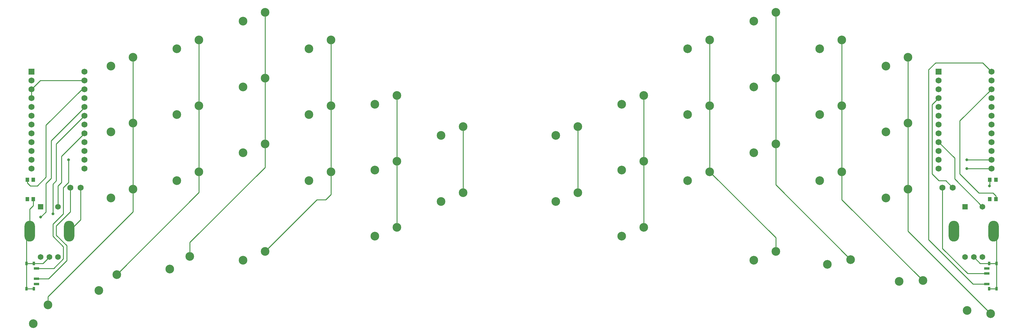
<source format=gbr>
%TF.GenerationSoftware,KiCad,Pcbnew,7.0.9*%
%TF.CreationDate,2023-11-27T10:59:26+01:00*%
%TF.ProjectId,SplitErgoLL_v2,53706c69-7445-4726-976f-4c4c5f76322e,rev?*%
%TF.SameCoordinates,Original*%
%TF.FileFunction,Copper,L1,Top*%
%TF.FilePolarity,Positive*%
%FSLAX46Y46*%
G04 Gerber Fmt 4.6, Leading zero omitted, Abs format (unit mm)*
G04 Created by KiCad (PCBNEW 7.0.9) date 2023-11-27 10:59:26*
%MOMM*%
%LPD*%
G01*
G04 APERTURE LIST*
%TA.AperFunction,ComponentPad*%
%ADD10C,2.500000*%
%TD*%
%TA.AperFunction,SMDPad,CuDef*%
%ADD11R,1.500000X0.700000*%
%TD*%
%TA.AperFunction,SMDPad,CuDef*%
%ADD12R,0.800000X1.000000*%
%TD*%
%TA.AperFunction,SMDPad,CuDef*%
%ADD13R,1.000000X1.200000*%
%TD*%
%TA.AperFunction,ComponentPad*%
%ADD14R,1.650000X1.650000*%
%TD*%
%TA.AperFunction,ComponentPad*%
%ADD15C,1.650000*%
%TD*%
%TA.AperFunction,ComponentPad*%
%ADD16O,3.000000X6.000000*%
%TD*%
%TA.AperFunction,ComponentPad*%
%ADD17R,1.752600X1.752600*%
%TD*%
%TA.AperFunction,ComponentPad*%
%ADD18C,1.752600*%
%TD*%
%TA.AperFunction,ComponentPad*%
%ADD19C,1.750000*%
%TD*%
%TA.AperFunction,ViaPad*%
%ADD20C,0.800000*%
%TD*%
%TA.AperFunction,Conductor*%
%ADD21C,0.250000*%
%TD*%
G04 APERTURE END LIST*
D10*
%TO.P,KSW41,1,1*%
%TO.N,Net-(D41-A)*%
X188190000Y-100460000D03*
%TO.P,KSW41,2,2*%
%TO.N,Col 11*%
X194540000Y-97920000D03*
%TD*%
%TO.P,KSW24,1,1*%
%TO.N,Net-(D24-A)*%
X93190000Y-118460000D03*
%TO.P,KSW24,2,2*%
%TO.N,Col 6*%
X99540000Y-115920000D03*
%TD*%
%TO.P,KSW7,1,1*%
%TO.N,Net-(D7-A)*%
X297190000Y-113460000D03*
%TO.P,KSW7,2,2*%
%TO.N,Col 1*%
X303540000Y-110920000D03*
%TD*%
%TO.P,KSW11,1,1*%
%TO.N,Net-(D11-A)*%
X278190000Y-105460000D03*
%TO.P,KSW11,2,2*%
%TO.N,Col 2*%
X284540000Y-102920000D03*
%TD*%
D11*
%TO.P,SW2,1*%
%TO.N,BAT+ 2*%
X71750000Y-138750000D03*
%TO.P,SW2,2*%
%TO.N,Net-(BAT2-+)*%
X71750000Y-141750000D03*
%TO.P,SW2,3*%
%TO.N,unconnected-(SW2-Pad3)*%
X71750000Y-143250000D03*
D12*
%TO.P,SW2,S1,S1*%
%TO.N,GND 2*%
X71050000Y-137350000D03*
%TO.P,SW2,S2,S2*%
X68950000Y-137350000D03*
%TO.P,SW2,S3,S3*%
X68950000Y-144650000D03*
%TO.P,SW2,S4,S4*%
X71050000Y-144650000D03*
%TD*%
D10*
%TO.P,KSW4,1,1*%
%TO.N,Net-(D4-A)*%
X339569852Y-150895295D03*
%TO.P,KSW4,2,2*%
%TO.N,Col 0*%
X346339114Y-151870591D03*
%TD*%
%TO.P,KSW15,1,1*%
%TO.N,Net-(D15-A)*%
X259190000Y-113460000D03*
%TO.P,KSW15,2,2*%
%TO.N,Col 3*%
X265540000Y-110920000D03*
%TD*%
%TO.P,KSW16,1,1*%
%TO.N,Net-(D16-A)*%
X278190000Y-136460000D03*
%TO.P,KSW16,2,2*%
%TO.N,Col 3*%
X284540000Y-133920000D03*
%TD*%
D13*
%TO.P,Bt2,1*%
%TO.N,GND 2*%
X70850000Y-118800000D03*
%TO.P,Bt2,2*%
%TO.N,unconnected-(Bt2-Pad2)*%
X69150000Y-118800000D03*
%TO.P,Bt2,3*%
%TO.N,unconnected-(Bt2-Pad3)*%
X70850000Y-113200000D03*
%TO.P,Bt2,4*%
%TO.N,RESET 2*%
X69150000Y-113200000D03*
%TD*%
D10*
%TO.P,KSW5,1,1*%
%TO.N,Net-(D5-A)*%
X297190000Y-75460000D03*
%TO.P,KSW5,2,2*%
%TO.N,Col 1*%
X303540000Y-72920000D03*
%TD*%
%TO.P,KSW6,1,1*%
%TO.N,Net-(D6-A)*%
X297190000Y-94460000D03*
%TO.P,KSW6,2,2*%
%TO.N,Col 1*%
X303540000Y-91920000D03*
%TD*%
D14*
%TO.P,ENC2,1*%
%TO.N,Net-(D43-A)*%
X73000000Y-121000000D03*
D15*
%TO.P,ENC2,2*%
%TO.N,Col 10*%
X78000000Y-121000000D03*
%TO.P,ENC2,A,A*%
%TO.N,ENCA2*%
X73000000Y-135500000D03*
%TO.P,ENC2,B,B*%
%TO.N,ENCB2*%
X78000000Y-135500000D03*
%TO.P,ENC2,COM,COM*%
%TO.N,GND 2*%
X75500000Y-135500000D03*
D16*
%TO.P,ENC2,S1,SHIELD*%
X69800000Y-128000000D03*
%TO.P,ENC2,S2,SHIELD*%
X81200000Y-128000000D03*
%TD*%
D17*
%TO.P,MCU2,1,D1*%
%TO.N,unconnected-(MCU2-D1-Pad1)*%
X70380000Y-82030000D03*
D18*
%TO.P,MCU2,2,D0*%
%TO.N,unconnected-(MCU2-D0-Pad2)*%
X70380000Y-84570000D03*
%TO.P,MCU2,3,GND*%
%TO.N,GND 2*%
X70380000Y-87110000D03*
%TO.P,MCU2,4,GND*%
X70380000Y-89650000D03*
%TO.P,MCU2,5,D2*%
%TO.N,unconnected-(MCU2-D2-Pad5)*%
X70380000Y-92190000D03*
%TO.P,MCU2,6,D3*%
%TO.N,unconnected-(MCU2-D3-Pad6)*%
X70380000Y-94730000D03*
%TO.P,MCU2,7,D4*%
%TO.N,unconnected-(MCU2-D4-Pad7)*%
X70380000Y-97270000D03*
%TO.P,MCU2,8,D5*%
%TO.N,unconnected-(MCU2-D5-Pad8)*%
X70380000Y-99810000D03*
%TO.P,MCU2,9,D6*%
%TO.N,Row 4*%
X70380000Y-102350000D03*
%TO.P,MCU2,10,D7*%
%TO.N,Row 5*%
X70380000Y-104890000D03*
%TO.P,MCU2,11,D8*%
%TO.N,Row 6*%
X70380000Y-107430000D03*
%TO.P,MCU2,12,D9*%
%TO.N,Row 7*%
X70380000Y-109970000D03*
%TO.P,MCU2,13,D10*%
%TO.N,Col 6*%
X85620000Y-109970000D03*
%TO.P,MCU2,14,D16*%
%TO.N,Col 7*%
X85620000Y-107430000D03*
%TO.P,MCU2,15,D14*%
%TO.N,Col 8*%
X85620000Y-104890000D03*
%TO.P,MCU2,16,D15*%
%TO.N,Col 9*%
X85620000Y-102350000D03*
%TO.P,MCU2,17,D18*%
%TO.N,Col 10*%
X85620000Y-99810000D03*
%TO.P,MCU2,18,D19*%
%TO.N,Col 11*%
X85620000Y-97270000D03*
%TO.P,MCU2,19,D20*%
%TO.N,ENCB2*%
X85620000Y-94730000D03*
%TO.P,MCU2,20,D21*%
%TO.N,ENCA2*%
X85620000Y-92190000D03*
%TO.P,MCU2,21,3.3v*%
%TO.N,unconnected-(MCU2-3.3v-Pad21)*%
X85620000Y-89650000D03*
%TO.P,MCU2,22,RST*%
%TO.N,RESET 2*%
X85620000Y-87110000D03*
%TO.P,MCU2,23,GND*%
%TO.N,GND 2*%
X85620000Y-84570000D03*
%TO.P,MCU2,24,B+*%
%TO.N,BAT+ 2*%
X85620000Y-82030000D03*
%TD*%
D10*
%TO.P,KSW40,1,1*%
%TO.N,Net-(D40-A)*%
X169190000Y-129460000D03*
%TO.P,KSW40,2,2*%
%TO.N,Col 10*%
X175540000Y-126920000D03*
%TD*%
%TO.P,KSW20,1,1*%
%TO.N,Net-(D20-A)*%
X221190000Y-100460000D03*
%TO.P,KSW20,2,2*%
%TO.N,Col 5*%
X227540000Y-97920000D03*
%TD*%
%TO.P,KSW36,1,1*%
%TO.N,Net-(D36-A)*%
X150190000Y-113460000D03*
%TO.P,KSW36,2,2*%
%TO.N,Col 9*%
X156540000Y-110920000D03*
%TD*%
%TO.P,KSW8,1,1*%
%TO.N,Net-(D8-A)*%
X320062141Y-142510084D03*
%TO.P,KSW8,2,2*%
%TO.N,Col 1*%
X326897921Y-142295093D03*
%TD*%
%TO.P,KSW27,1,1*%
%TO.N,Net-(D27-A)*%
X112190000Y-94460000D03*
%TO.P,KSW27,2,2*%
%TO.N,Col 7*%
X118540000Y-91920000D03*
%TD*%
%TO.P,KSW35,1,1*%
%TO.N,Net-(D35-A)*%
X150190000Y-94460000D03*
%TO.P,KSW35,2,2*%
%TO.N,Col 9*%
X156540000Y-91920000D03*
%TD*%
D14*
%TO.P,ENC1,1*%
%TO.N,Net-(D44-A)*%
X339000000Y-121000000D03*
D15*
%TO.P,ENC1,2*%
%TO.N,Col 4*%
X344000000Y-121000000D03*
%TO.P,ENC1,A,A*%
%TO.N,ENCA1*%
X339000000Y-135500000D03*
%TO.P,ENC1,B,B*%
%TO.N,ENCB1*%
X344000000Y-135500000D03*
%TO.P,ENC1,COM,COM*%
%TO.N,GND 1*%
X341500000Y-135500000D03*
D16*
%TO.P,ENC1,S1,SHIELD*%
X335800000Y-128000000D03*
%TO.P,ENC1,S2,SHIELD*%
X347200000Y-128000000D03*
%TD*%
D10*
%TO.P,KSW14,1,1*%
%TO.N,Net-(D14-A)*%
X259190000Y-94460000D03*
%TO.P,KSW14,2,2*%
%TO.N,Col 3*%
X265540000Y-91920000D03*
%TD*%
%TO.P,KSW38,1,1*%
%TO.N,Net-(D38-A)*%
X169190000Y-91460000D03*
%TO.P,KSW38,2,2*%
%TO.N,Col 10*%
X175540000Y-88920000D03*
%TD*%
%TO.P,KSW31,1,1*%
%TO.N,Net-(D31-A)*%
X131190000Y-86460000D03*
%TO.P,KSW31,2,2*%
%TO.N,Col 8*%
X137540000Y-83920000D03*
%TD*%
%TO.P,KSW1,1,1*%
%TO.N,Net-(D1-A)*%
X316190000Y-80460000D03*
%TO.P,KSW1,2,2*%
%TO.N,Col 0*%
X322540000Y-77920000D03*
%TD*%
%TO.P,KSW25,1,1*%
%TO.N,Net-(D25-A)*%
X70831034Y-154705295D03*
%TO.P,KSW25,2,2*%
%TO.N,Col 6*%
X75060296Y-149330591D03*
%TD*%
%TO.P,KSW22,1,1*%
%TO.N,Net-(D22-A)*%
X93190000Y-80460000D03*
%TO.P,KSW22,2,2*%
%TO.N,Col 6*%
X99540000Y-77920000D03*
%TD*%
%TO.P,KSW29,1,1*%
%TO.N,Net-(D29-A)*%
X89777401Y-145116277D03*
%TO.P,KSW29,2,2*%
%TO.N,Col 7*%
X94875718Y-140557630D03*
%TD*%
%TO.P,KSW13,1,1*%
%TO.N,Net-(D13-A)*%
X259190000Y-75460000D03*
%TO.P,KSW13,2,2*%
%TO.N,Col 3*%
X265540000Y-72920000D03*
%TD*%
%TO.P,KSW3,1,1*%
%TO.N,Net-(D3-A)*%
X316190000Y-118460000D03*
%TO.P,KSW3,2,2*%
%TO.N,Col 0*%
X322540000Y-115920000D03*
%TD*%
D13*
%TO.P,Bt1,1*%
%TO.N,GND 1*%
X346150000Y-113200000D03*
%TO.P,Bt1,2*%
%TO.N,unconnected-(Bt1-Pad2)*%
X347850000Y-113200000D03*
%TO.P,Bt1,3*%
%TO.N,unconnected-(Bt1-Pad3)*%
X346150000Y-118800000D03*
%TO.P,Bt1,4*%
%TO.N,RESET 1*%
X347850000Y-118800000D03*
%TD*%
D10*
%TO.P,KSW30,1,1*%
%TO.N,Net-(D30-A)*%
X131190000Y-67460000D03*
%TO.P,KSW30,2,2*%
%TO.N,Col 8*%
X137540000Y-64920000D03*
%TD*%
%TO.P,KSW39,1,1*%
%TO.N,Net-(D39-A)*%
X169190000Y-110460000D03*
%TO.P,KSW39,2,2*%
%TO.N,Col 10*%
X175540000Y-107920000D03*
%TD*%
%TO.P,KSW12,1,1*%
%TO.N,Net-(D12-A)*%
X299386126Y-137636989D03*
%TO.P,KSW12,2,2*%
%TO.N,Col 2*%
X306080721Y-136238243D03*
%TD*%
%TO.P,KSW19,1,1*%
%TO.N,Net-(D19-A)*%
X240190000Y-129460000D03*
%TO.P,KSW19,2,2*%
%TO.N,Col 4*%
X246540000Y-126920000D03*
%TD*%
%TO.P,KSW17,1,1*%
%TO.N,Net-(D17-A)*%
X240190000Y-91460000D03*
%TO.P,KSW17,2,2*%
%TO.N,Col 4*%
X246540000Y-88920000D03*
%TD*%
D19*
%TO.P,Bat 3.7V,1,+*%
%TO.N,Net-(BAT2-+)*%
X81510000Y-115527500D03*
%TO.P,Bat 3.7V,2,-*%
%TO.N,GND 2*%
X84490000Y-115517500D03*
%TD*%
%TO.P,Bat 3.7V,1,+*%
%TO.N,Net-(BAT1-+)*%
X332500000Y-115500000D03*
%TO.P,Bat 3.7V,2,-*%
%TO.N,GND 1*%
X335480000Y-115490000D03*
%TD*%
D17*
%TO.P,MCU1,1,D1*%
%TO.N,unconnected-(MCU1-D1-Pad1)*%
X331380000Y-82030000D03*
D18*
%TO.P,MCU1,2,D0*%
%TO.N,unconnected-(MCU1-D0-Pad2)*%
X331380000Y-84570000D03*
%TO.P,MCU1,3,GND*%
%TO.N,GND 1*%
X331380000Y-87110000D03*
%TO.P,MCU1,4,GND*%
X331380000Y-89650000D03*
%TO.P,MCU1,5,D2*%
%TO.N,Row 0*%
X331380000Y-92190000D03*
%TO.P,MCU1,6,D3*%
%TO.N,Row 1*%
X331380000Y-94730000D03*
%TO.P,MCU1,7,D4*%
%TO.N,Col 5*%
X331380000Y-97270000D03*
%TO.P,MCU1,8,D5*%
%TO.N,Col 0*%
X331380000Y-99810000D03*
%TO.P,MCU1,9,D6*%
%TO.N,Col 4*%
X331380000Y-102350000D03*
%TO.P,MCU1,10,D7*%
%TO.N,Col 3*%
X331380000Y-104890000D03*
%TO.P,MCU1,11,D8*%
%TO.N,Col 2*%
X331380000Y-107430000D03*
%TO.P,MCU1,12,D9*%
%TO.N,Col 1*%
X331380000Y-109970000D03*
%TO.P,MCU1,13,D10*%
%TO.N,Row 3*%
X346620000Y-109970000D03*
%TO.P,MCU1,14,D16*%
%TO.N,Row 2*%
X346620000Y-107430000D03*
%TO.P,MCU1,15,D14*%
%TO.N,unconnected-(MCU1-D14-Pad15)*%
X346620000Y-104890000D03*
%TO.P,MCU1,16,D15*%
%TO.N,unconnected-(MCU1-D15-Pad16)*%
X346620000Y-102350000D03*
%TO.P,MCU1,17,D18*%
%TO.N,unconnected-(MCU1-D18-Pad17)*%
X346620000Y-99810000D03*
%TO.P,MCU1,18,D19*%
%TO.N,unconnected-(MCU1-D19-Pad18)*%
X346620000Y-97270000D03*
%TO.P,MCU1,19,D20*%
%TO.N,ENCB1*%
X346620000Y-94730000D03*
%TO.P,MCU1,20,D21*%
%TO.N,ENCA1*%
X346620000Y-92190000D03*
%TO.P,MCU1,21,3.3v*%
%TO.N,unconnected-(MCU1-3.3v-Pad21)*%
X346620000Y-89650000D03*
%TO.P,MCU1,22,RST*%
%TO.N,RESET 1*%
X346620000Y-87110000D03*
%TO.P,MCU1,23,GND*%
%TO.N,GND 1*%
X346620000Y-84570000D03*
%TO.P,MCU1,24,B+*%
%TO.N,BAT+ 1*%
X346620000Y-82030000D03*
%TD*%
D10*
%TO.P,KSW26,1,1*%
%TO.N,Net-(D26-A)*%
X112190000Y-75460000D03*
%TO.P,KSW26,2,2*%
%TO.N,Col 7*%
X118540000Y-72920000D03*
%TD*%
D11*
%TO.P,SW1,1*%
%TO.N,BAT+ 1*%
X345250000Y-143250000D03*
%TO.P,SW1,2*%
%TO.N,Net-(BAT1-+)*%
X345250000Y-140250000D03*
%TO.P,SW1,3*%
%TO.N,unconnected-(SW1-Pad3)*%
X345250000Y-138750000D03*
D12*
%TO.P,SW1,S1,S1*%
%TO.N,GND 1*%
X345950000Y-144650000D03*
%TO.P,SW1,S2,S2*%
X348050000Y-144650000D03*
%TO.P,SW1,S3,S3*%
X348050000Y-137350000D03*
%TO.P,SW1,S4,S4*%
X345950000Y-137350000D03*
%TD*%
D10*
%TO.P,KSW21,1,1*%
%TO.N,Net-(D21-A)*%
X221190000Y-119460000D03*
%TO.P,KSW21,2,2*%
%TO.N,Col 5*%
X227540000Y-116920000D03*
%TD*%
%TO.P,KSW37,1,1*%
%TO.N,Net-(D37-A)*%
X131190000Y-136460000D03*
%TO.P,KSW37,2,2*%
%TO.N,Col 9*%
X137540000Y-133920000D03*
%TD*%
%TO.P,KSW10,1,1*%
%TO.N,Net-(D10-A)*%
X278190000Y-86460000D03*
%TO.P,KSW10,2,2*%
%TO.N,Col 2*%
X284540000Y-83920000D03*
%TD*%
%TO.P,KSW23,1,1*%
%TO.N,Net-(D23-A)*%
X93190000Y-99460000D03*
%TO.P,KSW23,2,2*%
%TO.N,Col 6*%
X99540000Y-96920000D03*
%TD*%
%TO.P,KSW2,1,1*%
%TO.N,Net-(D2-A)*%
X316190000Y-99460000D03*
%TO.P,KSW2,2,2*%
%TO.N,Col 0*%
X322540000Y-96920000D03*
%TD*%
%TO.P,KSW32,1,1*%
%TO.N,Net-(D32-A)*%
X131190000Y-105460000D03*
%TO.P,KSW32,2,2*%
%TO.N,Col 8*%
X137540000Y-102920000D03*
%TD*%
%TO.P,KSW34,1,1*%
%TO.N,Net-(D34-A)*%
X150190000Y-75460000D03*
%TO.P,KSW34,2,2*%
%TO.N,Col 9*%
X156540000Y-72920000D03*
%TD*%
%TO.P,KSW9,1,1*%
%TO.N,Net-(D9-A)*%
X278190000Y-67460000D03*
%TO.P,KSW9,2,2*%
%TO.N,Col 2*%
X284540000Y-64920000D03*
%TD*%
%TO.P,KSW33,1,1*%
%TO.N,Net-(D33-A)*%
X110103993Y-138960188D03*
%TO.P,KSW33,2,2*%
%TO.N,Col 8*%
X115916456Y-135356110D03*
%TD*%
%TO.P,KSW18,1,1*%
%TO.N,Net-(D18-A)*%
X240190000Y-110460000D03*
%TO.P,KSW18,2,2*%
%TO.N,Col 4*%
X246540000Y-107920000D03*
%TD*%
%TO.P,KSW42,2,2*%
%TO.N,Col 11*%
X194540000Y-116920000D03*
%TO.P,KSW42,1,1*%
%TO.N,Net-(D42-A)*%
X188190000Y-119460000D03*
%TD*%
%TO.P,KSW28,1,1*%
%TO.N,Net-(D28-A)*%
X112190000Y-113460000D03*
%TO.P,KSW28,2,2*%
%TO.N,Col 7*%
X118540000Y-110920000D03*
%TD*%
D20*
%TO.N,GND 1*%
X346000000Y-115000000D03*
%TO.N,Row 2*%
X339500000Y-107500000D03*
%TO.N,Row 3*%
X339500000Y-110000000D03*
%TO.N,BAT+ 2*%
X81000000Y-107500000D03*
%TO.N,ENCB2*%
X76500000Y-123000000D03*
%TO.N,ENCA2*%
X73000000Y-124000000D03*
%TD*%
D21*
%TO.N,Net-(BAT1-+)*%
X339750000Y-140250000D02*
X332500000Y-133000000D01*
X345250000Y-140250000D02*
X339750000Y-140250000D01*
X332500000Y-133000000D02*
X332500000Y-115500000D01*
%TO.N,GND 1*%
X335480000Y-115480000D02*
X335480000Y-115490000D01*
X345950000Y-137350000D02*
X348050000Y-137350000D01*
X343350000Y-137350000D02*
X345950000Y-137350000D01*
X331380000Y-89650000D02*
X329500000Y-91530000D01*
X345950000Y-144650000D02*
X348050000Y-144650000D01*
X341500000Y-135500000D02*
X343350000Y-137350000D01*
X348050000Y-137350000D02*
X348050000Y-128850000D01*
X331500000Y-113500000D02*
X333500000Y-113500000D01*
X329500000Y-91530000D02*
X329500000Y-111500000D01*
X348050000Y-128850000D02*
X347200000Y-128000000D01*
X346150000Y-113200000D02*
X346150000Y-114850000D01*
X333500000Y-113500000D02*
X335480000Y-115480000D01*
X348050000Y-144650000D02*
X348050000Y-137350000D01*
X329500000Y-111500000D02*
X331500000Y-113500000D01*
X346150000Y-114850000D02*
X346000000Y-115000000D01*
%TO.N,Net-(BAT2-+)*%
X75250000Y-141750000D02*
X71750000Y-141750000D01*
X81510000Y-122490000D02*
X77500000Y-126500000D01*
X77500000Y-126500000D02*
X77500000Y-129181802D01*
X80500000Y-132181802D02*
X80500000Y-136500000D01*
X80500000Y-136500000D02*
X75250000Y-141750000D01*
X81510000Y-115527500D02*
X81510000Y-122490000D01*
X77500000Y-129181802D02*
X80500000Y-132181802D01*
%TO.N,GND 2*%
X72920000Y-84570000D02*
X85620000Y-84570000D01*
X70850000Y-120650000D02*
X70850000Y-118800000D01*
X84490000Y-124710000D02*
X84490000Y-115517500D01*
X75500000Y-135500000D02*
X73650000Y-137350000D01*
X71050000Y-137350000D02*
X68950000Y-137350000D01*
X73650000Y-137350000D02*
X71050000Y-137350000D01*
X69800000Y-121700000D02*
X70850000Y-120650000D01*
X68950000Y-144650000D02*
X68950000Y-137350000D01*
X69800000Y-128000000D02*
X69800000Y-121700000D01*
X70380000Y-87110000D02*
X72920000Y-84570000D01*
X68950000Y-137350000D02*
X68950000Y-128850000D01*
X81200000Y-128000000D02*
X84490000Y-124710000D01*
X68950000Y-128850000D02*
X69800000Y-128000000D01*
X70380000Y-89650000D02*
X70380000Y-87110000D01*
X71050000Y-144650000D02*
X68950000Y-144650000D01*
%TO.N,RESET 1*%
X347850000Y-117850000D02*
X347000000Y-117000000D01*
X343000000Y-117000000D02*
X337500000Y-111500000D01*
X337500000Y-96230000D02*
X346620000Y-87110000D01*
X347850000Y-118800000D02*
X347850000Y-117850000D01*
X347000000Y-117000000D02*
X343000000Y-117000000D01*
X337500000Y-111500000D02*
X337500000Y-96230000D01*
%TO.N,RESET 2*%
X74500000Y-97500000D02*
X74500000Y-112500000D01*
X70000000Y-115000000D02*
X69150000Y-114150000D01*
X85620000Y-87110000D02*
X84890000Y-87110000D01*
X74500000Y-112500000D02*
X72000000Y-115000000D01*
X69150000Y-114150000D02*
X69150000Y-113200000D01*
X72000000Y-115000000D02*
X70000000Y-115000000D01*
X84890000Y-87110000D02*
X74500000Y-97500000D01*
%TO.N,Row 2*%
X339500000Y-107500000D02*
X346550000Y-107500000D01*
X346550000Y-107500000D02*
X346620000Y-107430000D01*
%TO.N,Row 3*%
X339500000Y-110000000D02*
X346590000Y-110000000D01*
X346590000Y-110000000D02*
X346620000Y-109970000D01*
%TO.N,Col 0*%
X322540000Y-128071477D02*
X346339114Y-151870591D01*
X322540000Y-115920000D02*
X322540000Y-128071477D01*
X322540000Y-77920000D02*
X322540000Y-115920000D01*
%TO.N,Col 1*%
X303540000Y-110920000D02*
X303540000Y-118937172D01*
X303540000Y-72920000D02*
X303540000Y-110920000D01*
X303540000Y-118937172D02*
X326897921Y-142295093D01*
%TO.N,Col 2*%
X284540000Y-64920000D02*
X284540000Y-102920000D01*
X284540000Y-102920000D02*
X284540000Y-114697522D01*
X284540000Y-114697522D02*
X306080721Y-136238243D01*
%TO.N,Col 3*%
X265540000Y-110920000D02*
X284540000Y-129920000D01*
X284540000Y-129920000D02*
X284540000Y-133920000D01*
X265540000Y-72920000D02*
X265540000Y-110920000D01*
%TO.N,Col 4*%
X344000000Y-121000000D02*
X336000000Y-113000000D01*
X336000000Y-106970000D02*
X331380000Y-102350000D01*
X246540000Y-88920000D02*
X246540000Y-126920000D01*
X336000000Y-113000000D02*
X336000000Y-106970000D01*
X344000000Y-120500000D02*
X344000000Y-121000000D01*
%TO.N,Col 5*%
X227540000Y-97920000D02*
X227540000Y-116920000D01*
%TO.N,Col 6*%
X99540000Y-115920000D02*
X99540000Y-122460000D01*
X75060296Y-146939704D02*
X75060296Y-149330591D01*
X99540000Y-77920000D02*
X99540000Y-115920000D01*
X99540000Y-122460000D02*
X75060296Y-146939704D01*
%TO.N,Col 7*%
X118540000Y-110920000D02*
X118540000Y-72920000D01*
X118540000Y-116893348D02*
X118540000Y-110920000D01*
X94875718Y-140557630D02*
X118540000Y-116893348D01*
%TO.N,Col 8*%
X137540000Y-64920000D02*
X137540000Y-102920000D01*
X137540000Y-109639379D02*
X115916456Y-131262923D01*
X137540000Y-102920000D02*
X137540000Y-109639379D01*
X115916456Y-131262923D02*
X115916456Y-135356110D01*
%TO.N,Col 9*%
X137540000Y-133920000D02*
X152460000Y-119000000D01*
X155000000Y-119000000D02*
X156540000Y-117460000D01*
X152460000Y-119000000D02*
X155000000Y-119000000D01*
X156540000Y-110920000D02*
X156540000Y-72920000D01*
X156540000Y-117460000D02*
X156540000Y-110920000D01*
%TO.N,Col 10*%
X78000000Y-115000000D02*
X78000000Y-121000000D01*
X175540000Y-88920000D02*
X175540000Y-126920000D01*
X79000000Y-106430000D02*
X79000000Y-114000000D01*
X85620000Y-99810000D02*
X79000000Y-106430000D01*
X79000000Y-114000000D02*
X78000000Y-115000000D01*
%TO.N,Col 11*%
X194540000Y-97920000D02*
X194540000Y-116920000D01*
%TO.N,BAT+ 1*%
X330500000Y-79500000D02*
X344090000Y-79500000D01*
X345250000Y-143250000D02*
X341250000Y-143250000D01*
X341250000Y-143250000D02*
X328500000Y-130500000D01*
X344090000Y-79500000D02*
X346620000Y-82030000D01*
X328500000Y-81500000D02*
X330500000Y-79500000D01*
X328500000Y-130500000D02*
X328500000Y-81500000D01*
%TO.N,BAT+ 2*%
X81000000Y-114000000D02*
X81000000Y-107500000D01*
X76750000Y-138750000D02*
X79500000Y-136000000D01*
X79500000Y-115500000D02*
X81000000Y-114000000D01*
X76500000Y-126000000D02*
X79500000Y-123000000D01*
X79500000Y-132500000D02*
X76500000Y-129500000D01*
X79500000Y-123000000D02*
X79500000Y-115500000D01*
X76500000Y-129500000D02*
X76500000Y-126000000D01*
X71750000Y-138750000D02*
X76750000Y-138750000D01*
X79500000Y-136000000D02*
X79500000Y-132500000D01*
%TO.N,ENCB2*%
X77500000Y-113500000D02*
X77500000Y-102850000D01*
X76500000Y-123000000D02*
X76500000Y-114500000D01*
X77500000Y-102850000D02*
X85620000Y-94730000D01*
X76500000Y-114500000D02*
X77500000Y-113500000D01*
%TO.N,ENCA2*%
X76000000Y-102000000D02*
X76000000Y-112818198D01*
X85620000Y-92380000D02*
X76000000Y-102000000D01*
X85620000Y-92190000D02*
X85620000Y-92380000D01*
X74500000Y-122500000D02*
X73000000Y-124000000D01*
X74500000Y-114318198D02*
X74500000Y-122500000D01*
X76000000Y-112818198D02*
X74500000Y-114318198D01*
%TD*%
M02*

</source>
